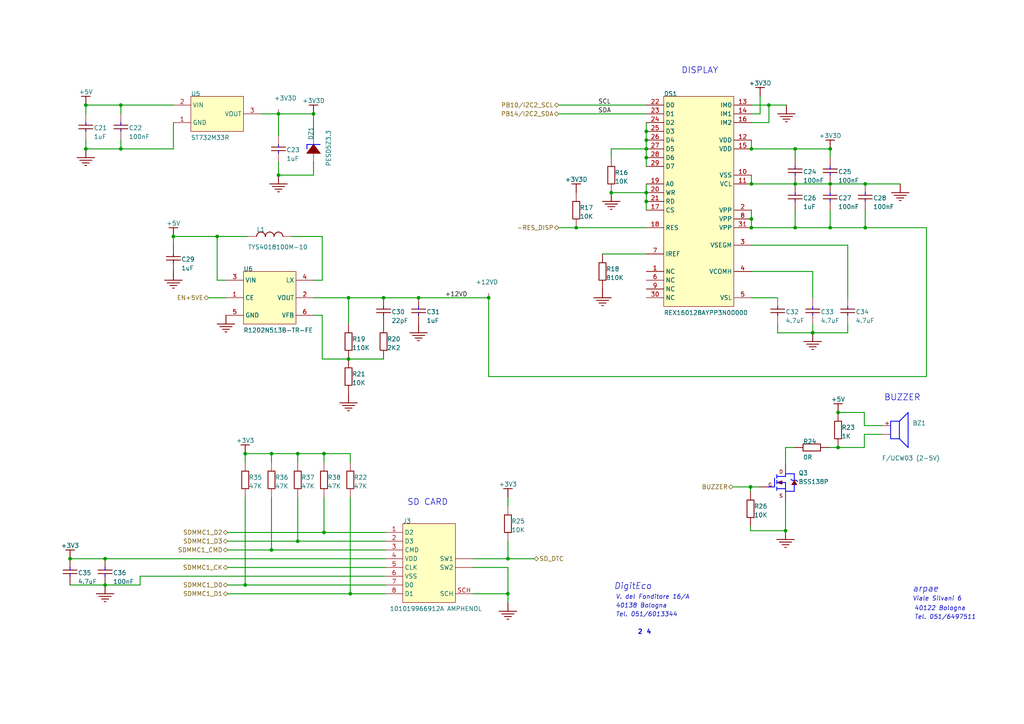
<source format=kicad_sch>
(kicad_sch (version 20230121) (generator eeschema)
  (paper "A4")
  (title_block (title "Stima V4-Master") (rev "1.0"))
  (lib_symbols
    (symbol "Stima V4 Master-altium-import:+3V3" (power)
      (property "Reference" "#PWR" (at 0 0 0))
      (property "Value" "+3V3" (at 0 3.81 0))
      (symbol "+3V3_0_0"
        (polyline (pts (xy -1.27 -2.54) (xy 1.27 -2.54)) (stroke (width 0.254)))
        (polyline (pts (xy 0 0) (xy 0 -2.54)) (stroke (width 0.254)))
        (pin power_in line (at 0 0 0) (length 0) hide (name "+3V3") (number ""))
      )
    )
    (symbol "Stima V4 Master-altium-import:+3V3D" (power)
      (property "Reference" "#PWR" (at 0 0 0))
      (property "Value" "+3V3D" (at 0 3.81 0))
      (symbol "+3V3D_0_0"
        (polyline (pts (xy -1.27 -2.54) (xy 1.27 -2.54)) (stroke (width 0.254)))
        (polyline (pts (xy 0 0) (xy 0 -2.54)) (stroke (width 0.254)))
        (pin power_in line (at 0 0 0) (length 0) hide (name "+3V3D") (number ""))
      )
    )
    (symbol "Stima V4 Master-altium-import:+5V" (power)
      (property "Reference" "#PWR" (at 0 0 0))
      (property "Value" "+5V" (at 0 3.81 0))
      (symbol "+5V_0_0"
        (polyline (pts (xy -1.27 -2.54) (xy 1.27 -2.54)) (stroke (width 0.254)))
        (polyline (pts (xy 0 0) (xy 0 -2.54)) (stroke (width 0.254)))
        (pin power_in line (at 0 0 0) (length 0) hide (name "+5V") (number ""))
      )
    )
    (symbol "Stima V4 Master-altium-import:GND" (power)
      (property "Reference" "#PWR" (at 0 0 0))
      (property "Value" "GND" (at 0 6.35 0))
      (symbol "GND_0_0"
        (polyline (pts (xy -2.54 -2.54) (xy 2.54 -2.54)) (stroke (width 0.254)))
        (polyline (pts (xy -1.778 -3.302) (xy 1.778 -3.302)) (stroke (width 0.254)))
        (polyline (pts (xy -1.016 -4.064) (xy 1.016 -4.064)) (stroke (width 0.254)))
        (polyline (pts (xy -0.254 -4.826) (xy 0.254 -4.826)) (stroke (width 0.254)))
        (polyline (pts (xy 0 0) (xy 0 -2.54)) (stroke (width 0.254)))
        (pin power_in line (at 0 0 0) (length 0) hide (name "GND") (number ""))
      )
    )
    (symbol "Stima V4 Master-altium-import:root_0_BSS138"
      (symbol "root_0_BSS138_1_0"
        (polyline (pts (xy 2.54 -4.826) (xy 2.54 -3.81)) (stroke (width 0.254) (color 0 0 255 1)))
        (polyline (pts (xy 2.54 -2.921) (xy 2.54 -1.905)) (stroke (width 0.254) (color 0 0 255 1)))
        (polyline (pts (xy 2.54 -1.27) (xy 2.54 -0.254)) (stroke (width 0.254) (color 0 0 255 1)))
        (polyline (pts (xy 5.08 -5.08) (xy 7.62 -5.08)) (stroke (width 0.254) (color 0 0 255 1)))
        (polyline (pts (xy 5.08 -4.318) (xy 2.54 -4.318)) (stroke (width 0.254) (color 0 0 255 1)))
        (polyline (pts (xy 5.08 -2.54) (xy 2.54 -2.54)) (stroke (width 0.254) (color 0 0 255 1)))
        (polyline (pts (xy 5.08 -2.54) (xy 5.08 -5.08)) (stroke (width 0.254) (color 0 0 255 1)))
        (polyline (pts (xy 5.08 -0.762) (xy 2.54 -0.762)) (stroke (width 0.254) (color 0 0 255 1)))
        (polyline (pts (xy 5.08 -0.762) (xy 5.08 0)) (stroke (width 0.254) (color 0 0 255 1)))
        (polyline (pts (xy 5.08 0) (xy 7.62 0)) (stroke (width 0.254) (color 0 0 255 1)))
        (polyline (pts (xy 6.985 -1.905) (xy 6.668 -1.587)) (stroke (width 0.254) (color 0 0 255 1)))
        (polyline (pts (xy 6.985 -1.905) (xy 8.255 -1.905)) (stroke (width 0.254) (color 0 0 255 1)))
        (polyline (pts (xy 7.62 -5.08) (xy 7.62 -3.048)) (stroke (width 0.254) (color 0 0 255 1)))
        (polyline (pts (xy 7.62 0) (xy 7.62 -1.778)) (stroke (width 0.254) (color 0 0 255 1)))
        (polyline (pts (xy 8.255 -1.905) (xy 8.573 -2.222)) (stroke (width 0.254) (color 0 0 255 1)))
        (polyline (pts (xy 0 -3.81) (xy 1.905 -3.81) (xy 1.905 -1.27)) (stroke (width 0.254) (color 0 0 255 1)))
        (polyline (pts (xy 2.54 -2.54) (xy 4.064 -3.048) (xy 4.064 -2.032) (xy 2.54 -2.54)) (fill (type outline)))
        (polyline (pts (xy 7.62 -1.905) (xy 8.382 -3.175) (xy 6.858 -3.175) (xy 7.62 -1.905)) (fill (type outline)))
        (text "D" (at 3.175 0 0) (effects (font (size 1.016 1.016)) (justify left bottom)))
        (text "G" (at 0 -3.81 0) (effects (font (size 1.016 1.016)) (justify left bottom)))
        (text "S" (at 3.175 -6.985 0) (effects (font (size 1.016 1.016)) (justify left bottom)))
        (pin passive line (at -2.54 -3.81 0) (length 2.54) (name "G") (number "1"))
        (pin passive line (at 5.08 -7.62 90) (length 2.54) (name "S") (number "2"))
        (pin passive line (at 5.08 2.54 270) (length 2.54) (name "D") (number "3"))
      )
    )
    (symbol "Stima V4 Master-altium-import:root_0_Buzzer"
      (symbol "root_0_Buzzer_1_0"
        (polyline (pts (xy 0 1.27) (xy 0 -3.81) (xy 2.54 -3.81) (xy 2.54 1.27) (xy 0 1.27)) (stroke (width 0.254) (color 0 0 255 1)))
        (polyline (pts (xy 2.54 1.27) (xy 2.54 1.27) (xy 5.08 3.81) (xy 5.08 -6.35) (xy 2.54 -3.81) (xy 2.54 -3.81)) (stroke (width 0.254) (color 0 0 255 1)))
        (text "+" (at -1.905 0 0) (effects (font (size 1.27 1.27)) (justify left bottom)))
        (pin passive line (at -2.54 0 0) (length 2.54) (name "+") (number "1"))
        (pin passive line (at -2.54 -2.54 0) (length 2.54) (name "-") (number "2"))
      )
    )
    (symbol "Stima V4 Master-altium-import:root_0_C0603"
      (symbol "root_0_C0603_1_0"
        (polyline (pts (xy -2.032 -0.762) (xy 2.032 -0.762)) (stroke (width 0.254)))
        (polyline (pts (xy 0 -2.54) (xy 0 -1.778)) (stroke (width 0.254) (color 0 0 255 1)))
        (polyline (pts (xy 0 0) (xy 0 -0.762)) (stroke (width 0.254) (color 0 0 255 1)))
        (polyline (pts (xy 2.032 -1.778) (xy -2.032 -1.778)) (stroke (width 0.254)))
        (pin passive line (at 0 2.54 270) (length 2.54) (name "1") (number "1"))
        (pin passive line (at 0 -5.08 90) (length 2.54) (name "2") (number "2"))
      )
    )
    (symbol "Stima V4 Master-altium-import:root_0_Coil  SMD piccoli"
      (symbol "root_0_Coil  SMD piccoli_1_0"
        (arc (start 1.27 -1.27) (mid 0.372 -1.642) (end 0 -2.54) (stroke (width 0.254)))
        (arc (start 2.54 -2.54) (mid 2.168 -1.642) (end 1.27 -1.27) (stroke (width 0.254)))
        (arc (start 3.81 -1.27) (mid 2.912 -1.642) (end 2.54 -2.54) (stroke (width 0.254)))
        (arc (start 5.08 -2.54) (mid 4.708 -1.642) (end 3.81 -1.27) (stroke (width 0.254)))
        (arc (start 6.35 -1.27) (mid 5.452 -1.642) (end 5.08 -2.54) (stroke (width 0.254)))
        (arc (start 7.62 -2.54) (mid 7.248 -1.642) (end 6.35 -1.27) (stroke (width 0.254)))
        (pin passive line (at -2.54 -2.54 0) (length 2.54) (name "1") (number "1"))
        (pin passive line (at 10.16 -2.54 180) (length 2.54) (name "2") (number "2"))
      )
    )
    (symbol "Stima V4 Master-altium-import:root_0_DISPLAY RAYSTAR OLED 128X160"
      (symbol "root_0_DISPLAY RAYSTAR OLED 128X160_1_0"
        (rectangle (start 20.32 0) (end 0 -60.96) (fill (type background)))
        (pin passive line (at -5.08 -50.8 0) (length 5.08) (name "NC") (number "1"))
        (pin power_in line (at 25.4 -22.86 180) (length 5.08) (name "VSS") (number "10"))
        (pin power_in line (at 25.4 -25.4 180) (length 5.08) (name "VCL") (number "11"))
        (pin power_in line (at 25.4 -12.7 180) (length 5.08) (name "VDD") (number "12"))
        (pin passive line (at 25.4 -2.54 180) (length 5.08) (name "IM0") (number "13"))
        (pin passive line (at 25.4 -5.08 180) (length 5.08) (name "IM1") (number "14"))
        (pin power_in line (at 25.4 -15.24 180) (length 5.08) (name "VDD") (number "15"))
        (pin passive line (at 25.4 -7.62 180) (length 5.08) (name "IM2") (number "16"))
        (pin input line (at -5.08 -33.02 0) (length 5.08) (name "CS") (number "17"))
        (pin input line (at -5.08 -38.1 0) (length 5.08) (name "RES") (number "18"))
        (pin input line (at -5.08 -25.4 0) (length 5.08) (name "A0") (number "19"))
        (pin power_in line (at 25.4 -33.02 180) (length 5.08) (name "VPP") (number "2"))
        (pin input line (at -5.08 -27.94 0) (length 5.08) (name "WR") (number "20"))
        (pin input line (at -5.08 -30.48 0) (length 5.08) (name "RD") (number "21"))
        (pin passive line (at -5.08 -2.54 0) (length 5.08) (name "D0") (number "22"))
        (pin passive line (at -5.08 -5.08 0) (length 5.08) (name "D1") (number "23"))
        (pin passive line (at -5.08 -7.62 0) (length 5.08) (name "D2") (number "24"))
        (pin passive line (at -5.08 -10.16 0) (length 5.08) (name "D3") (number "25"))
        (pin passive line (at -5.08 -12.7 0) (length 5.08) (name "D4") (number "26"))
        (pin passive line (at -5.08 -15.24 0) (length 5.08) (name "D5") (number "27"))
        (pin passive line (at -5.08 -17.78 0) (length 5.08) (name "D6") (number "28"))
        (pin passive line (at -5.08 -20.32 0) (length 5.08) (name "D7") (number "29"))
        (pin passive line (at 25.4 -43.18 180) (length 5.08) (name "VSEGM") (number "3"))
        (pin passive line (at -5.08 -58.42 0) (length 5.08) (name "NC") (number "30"))
        (pin power_in line (at 25.4 -38.1 180) (length 5.08) (name "VPP") (number "31"))
        (pin passive line (at 25.4 -50.8 180) (length 5.08) (name "VCOMH") (number "4"))
        (pin passive line (at 25.4 -58.42 180) (length 5.08) (name "VSL") (number "5"))
        (pin passive line (at -5.08 -53.34 0) (length 5.08) (name "NC") (number "6"))
        (pin passive line (at -5.08 -45.72 0) (length 5.08) (name "IREF") (number "7"))
        (pin power_in line (at 25.4 -35.56 180) (length 5.08) (name "VPP") (number "8"))
        (pin passive line (at -5.08 -55.88 0) (length 5.08) (name "NC") (number "9"))
      )
    )
    (symbol "Stima V4 Master-altium-import:root_0_MICRO SD CARD HIROSE"
      (symbol "root_0_MICRO SD CARD HIROSE_1_0"
        (rectangle (start 15.24 0) (end 0 -22.86) (fill (type background)))
        (pin passive line (at -5.08 -2.54 0) (length 5.08) (name "D2") (number "1"))
        (pin passive line (at -5.08 -5.08 0) (length 5.08) (name "D3") (number "2"))
        (pin passive line (at -5.08 -7.62 0) (length 5.08) (name "CMD") (number "3"))
        (pin passive line (at -5.08 -10.16 0) (length 5.08) (name "VDD") (number "4"))
        (pin passive line (at -5.08 -12.7 0) (length 5.08) (name "CLK") (number "5"))
        (pin passive line (at -5.08 -15.24 0) (length 5.08) (name "VSS") (number "6"))
        (pin passive line (at -5.08 -17.78 0) (length 5.08) (name "D0") (number "7"))
        (pin passive line (at -5.08 -20.32 0) (length 5.08) (name "D1") (number "8"))
        (pin passive line (at 20.32 -10.16 180) (length 5.08) (name "SW1") (number "CD1"))
        (pin passive line (at 20.32 -12.7 180) (length 5.08) (name "SW2") (number "CD2"))
        (pin passive line (at 20.32 -20.32 180) (length 5.08) (name "SCH") (number "SCH"))
      )
    )
    (symbol "Stima V4 Master-altium-import:root_0_R1202N513B"
      (symbol "root_0_R1202N513B_1_0"
        (rectangle (start 15.24 0) (end 0 -15.24) (fill (type background)))
        (pin passive line (at -5.08 -7.62 0) (length 5.08) (name "CE") (number "1"))
        (pin passive line (at 20.32 -7.62 180) (length 5.08) (name "VOUT") (number "2"))
        (pin passive line (at -5.08 -2.54 0) (length 5.08) (name "VIN") (number "3"))
        (pin passive line (at 20.32 -2.54 180) (length 5.08) (name "LX") (number "4"))
        (pin power_in line (at -5.08 -12.7 0) (length 5.08) (name "GND") (number "5"))
        (pin passive line (at 20.32 -12.7 180) (length 5.08) (name "VFB") (number "6"))
      )
    )
    (symbol "Stima V4 Master-altium-import:root_0_ST732M"
      (symbol "root_0_ST732M_1_0"
        (rectangle (start 15.24 0) (end 0 -10.16) (fill (type background)))
        (pin power_in line (at -5.08 -7.62 0) (length 5.08) (name "GND") (number "1"))
        (pin passive line (at -5.08 -2.54 0) (length 5.08) (name "VIN") (number "2"))
        (pin passive line (at 20.32 -5.08 180) (length 5.08) (name "VOUT") (number "3"))
      )
    )
    (symbol "Stima V4 Master-altium-import:root_0_Transil SMD PESD5"
      (symbol "root_0_Transil SMD PESD5_1_0"
        (polyline (pts (xy -1.905 0) (xy -1.905 -1.27)) (stroke (width 0.254) (color 0 0 255 1)))
        (polyline (pts (xy 1.905 0) (xy -1.905 0)) (stroke (width 0.254) (color 0 0 255 1)))
        (polyline (pts (xy 1.905 -2.54) (xy 0 0) (xy -1.905 -2.54) (xy 1.905 -2.54)) (stroke (width 0.254)) (fill (type outline)))
        (pin passive line (at 0 2.54 270) (length 2.54) (name "K") (number "1"))
        (pin passive line (at 0 -5.08 90) (length 2.54) (name "A") (number "2"))
      )
    )
    (symbol "Stima V4 Master-altium-import:root_1_Res 0603"
      (symbol "root_1_Res 0603_1_0"
        (rectangle (start 3.556 5.08) (end 1.524 0) (stroke (width 0.254)))
        (pin passive line (at 2.54 -2.54 90) (length 2.54) (name "1") (number "1"))
        (pin passive line (at 2.54 7.62 270) (length 2.54) (name "2") (number "2"))
      )
    )
    (symbol "Stima V4 Master-altium-import:root_1_TestPoint"
      (symbol "root_1_TestPoint_1_0"
        (pin passive line (at 1.27 -1.27 90) (length 1.27) (name "") (number "1"))
      )
    )
    (symbol "Stima V4 Master-altium-import:root_2_Res 0603"
      (symbol "root_2_Res 0603_1_0"
        (rectangle (start 0 3.556) (end -5.08 1.524) (stroke (width 0.254)))
        (pin passive line (at 2.54 2.54 180) (length 2.54) (name "1") (number "1"))
        (pin passive line (at -7.62 2.54 0) (length 2.54) (name "2") (number "2"))
      )
    )
    (symbol "Stima V4 Master-altium-import:root_3_Res 0603"
      (symbol "root_3_Res 0603_1_0"
        (rectangle (start -1.524 0) (end -3.556 -5.08) (stroke (width 0.254)))
        (pin passive line (at -2.54 2.54 270) (length 2.54) (name "1") (number "1"))
        (pin passive line (at -2.54 -7.62 90) (length 2.54) (name "2") (number "2"))
      )
    )
  )
  (junction (at 187.452 38.1))
  (junction (at 20.32 162.052))
  (junction (at 147.32 162.052))
  (junction (at 93.98 131.572))
  (junction (at 80.772 33.02))
  (junction (at 217.932 66.04))
  (junction (at 240.792 53.34))
  (junction (at 35.052 30.48))
  (junction (at 235.712 96.52))
  (junction (at 240.792 43.18))
  (junction (at 217.932 63.5))
  (junction (at 71.12 169.672))
  (junction (at 50.292 68.58))
  (junction (at 111.252 86.36))
  (junction (at 243.078 129.794))
  (junction (at 147.32 172.212))
  (junction (at 24.892 43.18))
  (junction (at 78.74 159.512))
  (junction (at 30.48 162.052))
  (junction (at 90.932 33.02))
  (junction (at 24.892 30.48))
  (junction (at 230.632 66.04))
  (junction (at 187.452 55.88))
  (junction (at 167.132 66.04))
  (junction (at 187.452 40.64))
  (junction (at 86.36 131.572))
  (junction (at 141.732 86.36))
  (junction (at 230.632 53.34))
  (junction (at 101.092 104.14))
  (junction (at 187.452 45.72))
  (junction (at 243.078 119.634))
  (junction (at 177.292 55.88))
  (junction (at 223.012 30.48))
  (junction (at 80.772 50.8))
  (junction (at 101.6 172.212))
  (junction (at 62.992 68.58))
  (junction (at 78.74 131.572))
  (junction (at 240.792 66.04))
  (junction (at 250.952 66.04))
  (junction (at 187.452 43.18))
  (junction (at 93.98 154.432))
  (junction (at 217.932 43.18))
  (junction (at 217.932 53.34))
  (junction (at 227.838 153.924))
  (junction (at 35.052 43.18))
  (junction (at 71.12 131.572))
  (junction (at 121.412 86.36))
  (junction (at 86.36 156.972))
  (junction (at 217.678 141.224))
  (junction (at 187.452 58.42))
  (junction (at 101.092 86.36))
  (junction (at 230.632 43.18))
  (junction (at 250.952 53.34))
  (junction (at 30.48 169.672))
  (wire (pts (xy 50.292 35.56) (xy 50.292 43.18)) (stroke (width 0.254)))
  (wire (pts (xy 62.992 68.58) (xy 71.882 68.58)) (stroke (width 0.254)))
  (wire (pts (xy 187.452 55.88) (xy 187.452 53.34)) (stroke (width 0.254)))
  (wire (pts (xy 78.74 131.572) (xy 86.36 131.572)) (stroke (width 0.254)))
  (wire (pts (xy 66.04 172.212) (xy 101.6 172.212)) (stroke (width 0.254)))
  (wire (pts (xy 187.452 40.64) (xy 187.452 43.18)) (stroke (width 0.254)))
  (wire (pts (xy 137.16 164.592) (xy 147.32 164.592)) (stroke (width 0.254)))
  (wire (pts (xy 111.76 159.512) (xy 78.74 159.512)) (stroke (width 0.254)))
  (wire (pts (xy 217.932 53.34) (xy 217.932 50.8)) (stroke (width 0.254)))
  (wire (pts (xy 90.932 86.36) (xy 101.092 86.36)) (stroke (width 0.254)))
  (wire (pts (xy 50.292 68.58) (xy 62.992 68.58)) (stroke (width 0.254)))
  (wire (pts (xy 230.632 43.18) (xy 217.932 43.18)) (stroke (width 0.254)))
  (wire (pts (xy 240.792 43.18) (xy 230.632 43.18)) (stroke (width 0.254)))
  (wire (pts (xy 80.772 39.37) (xy 80.772 33.02)) (stroke (width 0.254)))
  (wire (pts (xy 30.48 169.672) (xy 20.32 169.672)) (stroke (width 0.254)))
  (wire (pts (xy 223.012 30.48) (xy 217.932 30.48)) (stroke (width 0.254)))
  (wire (pts (xy 187.452 33.02) (xy 162.052 33.02)) (stroke (width 0.254)))
  (wire (pts (xy 93.98 131.572) (xy 93.98 134.112)) (stroke (width 0.254)))
  (wire (pts (xy 230.632 53.34) (xy 217.932 53.34)) (stroke (width 0.254)))
  (wire (pts (xy 75.692 33.02) (xy 80.772 33.02)) (stroke (width 0.254)))
  (wire (pts (xy 93.472 104.14) (xy 93.472 91.44)) (stroke (width 0.254)))
  (wire (pts (xy 24.892 43.18) (xy 24.892 40.64)) (stroke (width 0.254)))
  (wire (pts (xy 71.12 144.272) (xy 71.12 169.672)) (stroke (width 0.254)))
  (wire (pts (xy 217.932 33.02) (xy 220.472 33.02)) (stroke (width 0.254)))
  (wire (pts (xy 187.452 58.42) (xy 187.452 55.88)) (stroke (width 0.254)))
  (wire (pts (xy 227.838 153.924) (xy 227.838 145.034)) (stroke (width 0.254)))
  (wire (pts (xy 235.712 78.74) (xy 235.712 86.36)) (stroke (width 0.254)))
  (wire (pts (xy 50.292 43.18) (xy 35.052 43.18)) (stroke (width 0.254)))
  (wire (pts (xy 101.092 86.36) (xy 111.252 86.36)) (stroke (width 0.254)))
  (wire (pts (xy 111.76 169.672) (xy 71.12 169.672)) (stroke (width 0.254)))
  (wire (pts (xy 217.932 71.12) (xy 245.872 71.12)) (stroke (width 0.254)))
  (wire (pts (xy 187.452 38.1) (xy 187.452 40.64)) (stroke (width 0.254)))
  (wire (pts (xy 101.6 144.272) (xy 101.6 172.212)) (stroke (width 0.254)))
  (wire (pts (xy 24.892 30.48) (xy 24.892 33.02)) (stroke (width 0.254)))
  (wire (pts (xy 187.452 30.48) (xy 162.052 30.48)) (stroke (width 0.254)))
  (wire (pts (xy 217.678 152.654) (xy 217.678 153.924)) (stroke (width 0.254)))
  (wire (pts (xy 35.052 30.48) (xy 24.892 30.48)) (stroke (width 0.254)))
  (wire (pts (xy 250.952 66.04) (xy 250.952 60.96)) (stroke (width 0.254)))
  (wire (pts (xy 90.932 33.02) (xy 90.932 39.37)) (stroke (width 0.254)))
  (wire (pts (xy 250.698 129.794) (xy 243.078 129.794)) (stroke (width 0.254)))
  (wire (pts (xy 217.678 141.224) (xy 217.678 142.494)) (stroke (width 0.254)))
  (wire (pts (xy 101.092 104.14) (xy 93.472 104.14)) (stroke (width 0.254)))
  (wire (pts (xy 137.16 162.052) (xy 147.32 162.052)) (stroke (width 0.254)))
  (wire (pts (xy 111.76 162.052) (xy 30.48 162.052)) (stroke (width 0.254)))
  (wire (pts (xy 261.112 53.34) (xy 250.952 53.34)) (stroke (width 0.254)))
  (wire (pts (xy 86.36 131.572) (xy 93.98 131.572)) (stroke (width 0.254)))
  (wire (pts (xy 111.76 167.132) (xy 40.64 167.132)) (stroke (width 0.254)))
  (wire (pts (xy 141.732 86.36) (xy 141.732 109.22)) (stroke (width 0.254)))
  (wire (pts (xy 217.932 63.5) (xy 217.932 66.04)) (stroke (width 0.254)))
  (wire (pts (xy 250.698 119.634) (xy 250.698 123.444)) (stroke (width 0.254)))
  (wire (pts (xy 268.732 66.04) (xy 250.952 66.04)) (stroke (width 0.254)))
  (wire (pts (xy 93.472 81.28) (xy 93.472 68.58)) (stroke (width 0.254)))
  (wire (pts (xy 212.598 141.224) (xy 217.678 141.224)) (stroke (width 0.254)))
  (wire (pts (xy 101.092 93.98) (xy 101.092 86.36)) (stroke (width 0.254)))
  (wire (pts (xy 121.412 86.36) (xy 141.732 86.36)) (stroke (width 0.254)))
  (wire (pts (xy 147.32 162.052) (xy 154.94 162.052)) (stroke (width 0.254)))
  (wire (pts (xy 167.132 66.04) (xy 187.452 66.04)) (stroke (width 0.254)))
  (wire (pts (xy 240.792 45.72) (xy 240.792 43.18)) (stroke (width 0.254)))
  (wire (pts (xy 147.32 156.972) (xy 147.32 162.052)) (stroke (width 0.254)))
  (wire (pts (xy 250.698 123.444) (xy 255.778 123.444)) (stroke (width 0.254)))
  (wire (pts (xy 245.872 71.12) (xy 245.872 86.36)) (stroke (width 0.254)))
  (wire (pts (xy 217.932 66.04) (xy 230.632 66.04)) (stroke (width 0.254)))
  (wire (pts (xy 268.732 109.22) (xy 268.732 66.04)) (stroke (width 0.254)))
  (wire (pts (xy 71.12 169.672) (xy 66.04 169.672)) (stroke (width 0.254)))
  (wire (pts (xy 86.36 156.972) (xy 111.76 156.972)) (stroke (width 0.254)))
  (wire (pts (xy 147.32 144.272) (xy 147.32 146.812)) (stroke (width 0.254)))
  (wire (pts (xy 111.252 104.14) (xy 101.092 104.14)) (stroke (width 0.254)))
  (wire (pts (xy 80.772 33.02) (xy 90.932 33.02)) (stroke (width 0.254)))
  (wire (pts (xy 147.32 172.212) (xy 147.32 174.752)) (stroke (width 0.254)))
  (wire (pts (xy 227.838 129.794) (xy 230.378 129.794)) (stroke (width 0.254)))
  (wire (pts (xy 35.052 43.18) (xy 24.892 43.18)) (stroke (width 0.254)))
  (wire (pts (xy 71.12 134.112) (xy 71.12 131.572)) (stroke (width 0.254)))
  (wire (pts (xy 62.992 81.28) (xy 62.992 68.58)) (stroke (width 0.254)))
  (wire (pts (xy 217.932 60.96) (xy 217.932 63.5)) (stroke (width 0.254)))
  (wire (pts (xy 71.12 131.572) (xy 78.74 131.572)) (stroke (width 0.254)))
  (wire (pts (xy 66.04 156.972) (xy 86.36 156.972)) (stroke (width 0.254)))
  (wire (pts (xy 93.98 131.572) (xy 101.6 131.572)) (stroke (width 0.254)))
  (wire (pts (xy 93.472 91.44) (xy 90.932 91.44)) (stroke (width 0.254)))
  (wire (pts (xy 240.792 53.34) (xy 230.632 53.34)) (stroke (width 0.254)))
  (wire (pts (xy 90.932 81.28) (xy 93.472 81.28)) (stroke (width 0.254)))
  (wire (pts (xy 245.872 96.52) (xy 245.872 93.98)) (stroke (width 0.254)))
  (wire (pts (xy 225.552 93.98) (xy 225.552 96.52)) (stroke (width 0.254)))
  (wire (pts (xy 141.732 109.22) (xy 268.732 109.22)) (stroke (width 0.254)))
  (wire (pts (xy 223.012 30.48) (xy 228.092 30.48)) (stroke (width 0.254)))
  (wire (pts (xy 30.48 162.052) (xy 20.32 162.052)) (stroke (width 0.254)))
  (wire (pts (xy 137.16 172.212) (xy 147.32 172.212)) (stroke (width 0.254)))
  (wire (pts (xy 187.452 43.18) (xy 187.452 45.72)) (stroke (width 0.254)))
  (wire (pts (xy 60.452 86.36) (xy 65.532 86.36)) (stroke (width 0.254)))
  (wire (pts (xy 111.76 164.592) (xy 66.04 164.592)) (stroke (width 0.254)))
  (wire (pts (xy 101.6 131.572) (xy 101.6 134.112)) (stroke (width 0.254)))
  (wire (pts (xy 147.32 164.592) (xy 147.32 172.212)) (stroke (width 0.254)))
  (wire (pts (xy 243.078 129.794) (xy 240.538 129.794)) (stroke (width 0.254)))
  (wire (pts (xy 187.452 45.72) (xy 187.452 48.26)) (stroke (width 0.254)))
  (wire (pts (xy 220.472 33.02) (xy 220.472 27.94)) (stroke (width 0.254)))
  (wire (pts (xy 187.452 73.66) (xy 174.752 73.66)) (stroke (width 0.254)))
  (wire (pts (xy 187.452 55.88) (xy 177.292 55.88)) (stroke (width 0.254)))
  (wire (pts (xy 217.678 141.224) (xy 220.218 141.224)) (stroke (width 0.254)))
  (wire (pts (xy 255.778 125.984) (xy 250.698 125.984)) (stroke (width 0.254)))
  (wire (pts (xy 230.632 45.72) (xy 230.632 43.18)) (stroke (width 0.254)))
  (wire (pts (xy 187.452 35.56) (xy 187.452 38.1)) (stroke (width 0.254)))
  (wire (pts (xy 217.932 35.56) (xy 223.012 35.56)) (stroke (width 0.254)))
  (wire (pts (xy 80.772 50.8) (xy 80.772 46.99)) (stroke (width 0.254)))
  (wire (pts (xy 86.36 144.272) (xy 86.36 156.972)) (stroke (width 0.254)))
  (wire (pts (xy 230.632 66.04) (xy 240.792 66.04)) (stroke (width 0.254)))
  (wire (pts (xy 225.552 86.36) (xy 217.932 86.36)) (stroke (width 0.254)))
  (wire (pts (xy 93.98 154.432) (xy 111.76 154.432)) (stroke (width 0.254)))
  (wire (pts (xy 227.838 134.874) (xy 227.838 129.794)) (stroke (width 0.254)))
  (wire (pts (xy 162.052 66.04) (xy 167.132 66.04)) (stroke (width 0.254)))
  (wire (pts (xy 177.292 45.72) (xy 177.292 43.18)) (stroke (width 0.254)))
  (wire (pts (xy 78.74 159.512) (xy 66.04 159.512)) (stroke (width 0.254)))
  (wire (pts (xy 90.932 46.99) (xy 90.932 50.8)) (stroke (width 0.254)))
  (wire (pts (xy 240.792 66.04) (xy 250.952 66.04)) (stroke (width 0.254)))
  (wire (pts (xy 50.292 68.58) (xy 50.292 71.12)) (stroke (width 0.254)))
  (wire (pts (xy 86.36 131.572) (xy 86.36 134.112)) (stroke (width 0.254)))
  (wire (pts (xy 66.04 154.432) (xy 93.98 154.432)) (stroke (width 0.254)))
  (wire (pts (xy 235.712 93.98) (xy 235.712 96.52)) (stroke (width 0.254)))
  (wire (pts (xy 35.052 40.64) (xy 35.052 43.18)) (stroke (width 0.254)))
  (wire (pts (xy 217.932 78.74) (xy 235.712 78.74)) (stroke (width 0.254)))
  (wire (pts (xy 93.472 68.58) (xy 84.582 68.58)) (stroke (width 0.254)))
  (wire (pts (xy 101.6 172.212) (xy 111.76 172.212)) (stroke (width 0.254)))
  (wire (pts (xy 240.792 66.04) (xy 240.792 60.96)) (stroke (width 0.254)))
  (wire (pts (xy 40.64 167.132) (xy 40.64 169.672)) (stroke (width 0.254)))
  (wire (pts (xy 78.74 131.572) (xy 78.74 134.112)) (stroke (width 0.254)))
  (wire (pts (xy 235.712 96.52) (xy 245.872 96.52)) (stroke (width 0.254)))
  (wire (pts (xy 177.292 43.18) (xy 187.452 43.18)) (stroke (width 0.254)))
  (wire (pts (xy 50.292 30.48) (xy 35.052 30.48)) (stroke (width 0.254)))
  (wire (pts (xy 40.64 169.672) (xy 30.48 169.672)) (stroke (width 0.254)))
  (wire (pts (xy 90.932 50.8) (xy 80.772 50.8)) (stroke (width 0.254)))
  (wire (pts (xy 217.932 43.18) (xy 217.932 40.64)) (stroke (width 0.254)))
  (wire (pts (xy 250.952 53.34) (xy 240.792 53.34)) (stroke (width 0.254)))
  (wire (pts (xy 93.98 144.272) (xy 93.98 154.432)) (stroke (width 0.254)))
  (wire (pts (xy 187.452 60.96) (xy 187.452 58.42)) (stroke (width 0.254)))
  (wire (pts (xy 35.052 33.02) (xy 35.052 30.48)) (stroke (width 0.254)))
  (wire (pts (xy 217.678 153.924) (xy 227.838 153.924)) (stroke (width 0.254)))
  (wire (pts (xy 230.632 66.04) (xy 230.632 60.96)) (stroke (width 0.254)))
  (wire (pts (xy 250.698 125.984) (xy 250.698 129.794)) (stroke (width 0.254)))
  (wire (pts (xy 65.532 81.28) (xy 62.992 81.28)) (stroke (width 0.254)))
  (wire (pts (xy 223.012 35.56) (xy 223.012 30.48)) (stroke (width 0.254)))
  (wire (pts (xy 111.252 86.36) (xy 121.412 86.36)) (stroke (width 0.254)))
  (wire (pts (xy 78.74 144.272) (xy 78.74 159.512)) (stroke (width 0.254)))
  (wire (pts (xy 243.078 119.634) (xy 250.698 119.634)) (stroke (width 0.254)))
  (wire (pts (xy 225.552 96.52) (xy 235.712 96.52)) (stroke (width 0.254)))
  (text "BUZZER" (at 256.413 116.459 0) (effects (font (size 1.778 1.778)) (justify left bottom)))
  (text "Viale Silvani 6" (at 264.668 174.498 0) (effects (font (size 1.27 1.27) italic) (justify left bottom)))
  (text "Tel. 051/6013344" (at 178.562 179.07 0) (effects (font (size 1.27 1.27) italic) (justify left bottom)))
  (text "DigitEco" (at 178.054 171.196 0) (effects (font (size 1.778 1.778) italic) (justify left bottom)))
  (text "DISPLAY" (at 197.612 21.59 0) (effects (font (size 1.778 1.778)) (justify left bottom)))
  (text "4" (at 188.976 184.15 0) (effects (font (size 1.27 1.27) bold) (justify right bottom)))
  (text "SD CARD" (at 118.11 146.812 0) (effects (font (size 1.778 1.778)) (justify left bottom)))
  (text "V. del Fonditore 16/A" (at 178.562 173.99 0) (effects (font (size 1.27 1.27) italic) (justify left bottom)))
  (text "40122 Bologna" (at 265.176 177.292 0) (effects (font (size 1.27 1.27) italic) (justify left bottom)))
  (text "Tel. 051/6497511" (at 265.176 179.832 0) (effects (font (size 1.27 1.27) italic) (justify left bottom)))
  (text "arpae" (at 264.668 171.958 0) (effects (font (size 1.778 1.778) italic) (justify left bottom)))
  (text "40138 Bologna" (at 178.562 176.53 0) (effects (font (size 1.27 1.27) italic) (justify left bottom)))
  (text "${#}" (at 184.912 184.15 0) (effects (font (size 1.27 1.27) bold) (justify left bottom)))
  (label "SDA" (at 173.482 33.02 180))
  (label "SCL" (at 173.482 30.48 180))
  (label "+12VD" (at 129.032 86.36 180))
  (hierarchical_label "SDMMC1_D1" (shape bidirectional) (at 66.04 172.212 180))
  (hierarchical_label "SDMMC1_D0" (shape bidirectional) (at 66.04 169.672 180))
  (hierarchical_label "SDMMC1_CK" (shape bidirectional) (at 66.04 164.592 180))
  (hierarchical_label "SD_DTC" (shape bidirectional) (at 154.94 162.052 0))
  (hierarchical_label "SDMMC1_CMD" (shape bidirectional) (at 66.04 159.512 180))
  (hierarchical_label "BUZZER" (shape bidirectional) (at 212.598 141.224 180))
  (hierarchical_label "SDMMC1_D2" (shape bidirectional) (at 66.04 154.432 180))
  (hierarchical_label "SDMMC1_D3" (shape bidirectional) (at 66.04 156.972 180))
  (hierarchical_label "-RES_DISP" (shape bidirectional) (at 162.052 66.04 180))
  (hierarchical_label "EN+5VE" (shape bidirectional) (at 60.452 86.36 180))
  (hierarchical_label "PB10/I2C2_SCL" (shape bidirectional) (at 162.052 30.48 180))
  (hierarchical_label "PB14/I2C2_SDA" (shape bidirectional) (at 162.052 33.02 180))
  (symbol (lib_id "Stima V4 Master-altium-import:GND") (at 227.838 153.924 0) (unit 1)
    (property "Reference" "#PWR?" (effects hide))
    (property "Value" "GND" (effects hide))
  )
  (symbol (lib_id "Stima V4 Master-altium-import:root_0_C0603") (at 50.292 73.66 0) (unit 1)
    (property "Reference" "C29" (at 52.578 75.946 0) (effects (justify left bottom)))
    (property "Value" "1uF" (at 52.578 78.486 0) (effects (justify left bottom)))
    (property "Footprint" "0603" (effects hide))
    (property "PACKAGE REFERENCE" "0603" (effects hide))
    (property "TYPE" "Multistrato X5R/X7R" (effects hide))
    (property "ALTIUM_VALUE" "1uF" (effects hide))
    (property "VOLTAGE" "20V" (effects hide))
  )
  (symbol (lib_id "Stima V4 Master-altium-import:+3V3") (at 20.32 162.052 180) (unit 1)
    (property "Reference" "#PWR?" (effects hide))
    (property "Value" "+3V3" (at 20.32 158.242 0))
  )
  (symbol (lib_id "Stima V4 Master-altium-import:root_0_C0603") (at 24.892 35.56 0) (unit 1)
    (property "Reference" "C21" (at 27.178 37.846 0) (effects (justify left bottom)))
    (property "Value" "1uF" (at 27.178 40.386 0) (effects (justify left bottom)))
    (property "Footprint" "0603" (effects hide))
    (property "PACKAGE REFERENCE" "0603" (effects hide))
    (property "TYPE" "Multistrato X5R/X7R" (effects hide))
    (property "ALTIUM_VALUE" "1uF" (effects hide))
    (property "VOLTAGE" "20V" (effects hide))
  )
  (symbol (lib_id "Stima V4 Master-altium-import:root_1_Res 0603") (at 144.78 154.432 0) (unit 1)
    (property "Reference" "R25" (at 148.336 151.892 0) (effects (justify left bottom)))
    (property "Value" "10K" (at 148.336 154.432 0) (effects (justify left bottom)))
    (property "Footprint" "0603" (effects hide))
    (property "ALTIUM_VALUE" "10K" (effects hide))
    (property "PRECISION" "1%" (effects hide))
    (property "PACKAGE REFERENCE" "0603" (effects hide))
    (property "POWER" "1/10W" (effects hide))
  )
  (symbol (lib_id "Stima V4 Master-altium-import:GND") (at 147.32 174.752 0) (unit 1)
    (property "Reference" "#PWR?" (effects hide))
    (property "Value" "GND" (effects hide))
  )
  (symbol (lib_id "Stima V4 Master-altium-import:GND") (at 174.752 83.82 0) (unit 1)
    (property "Reference" "#PWR?" (effects hide))
    (property "Value" "GND" (effects hide))
  )
  (symbol (lib_id "Stima V4 Master-altium-import:root_3_Res 0603") (at 103.632 106.68 0) (unit 1)
    (property "Reference" "R21" (at 102.108 109.22 0) (effects (justify left bottom)))
    (property "Value" "10K" (at 102.108 111.76 0) (effects (justify left bottom)))
    (property "Footprint" "0603" (effects hide))
    (property "ALTIUM_VALUE" "10K" (effects hide))
    (property "PRECISION" "1%" (effects hide))
    (property "PACKAGE REFERENCE" "0603" (effects hide))
    (property "POWER" "1/10W" (effects hide))
  )
  (symbol (lib_id "Stima V4 Master-altium-import:root_3_Res 0603") (at 169.672 58.42 0) (unit 1)
    (property "Reference" "R17" (at 168.148 60.96 0) (effects (justify left bottom)))
    (property "Value" "10K" (at 168.148 63.5 0) (effects (justify left bottom)))
    (property "Footprint" "0603" (effects hide))
    (property "ALTIUM_VALUE" "10K" (effects hide))
    (property "PRECISION" "1%" (effects hide))
    (property "PACKAGE REFERENCE" "0603" (effects hide))
    (property "POWER" "1/10W" (effects hide))
  )
  (symbol (lib_id "Stima V4 Master-altium-import:root_3_Res 0603") (at 179.832 48.26 0) (unit 1)
    (property "Reference" "R16" (at 178.308 50.8 0) (effects (justify left bottom)))
    (property "Value" "10K" (at 178.308 53.34 0) (effects (justify left bottom)))
    (property "Footprint" "0603" (effects hide))
    (property "ALTIUM_VALUE" "10K" (effects hide))
    (property "PRECISION" "1%" (effects hide))
    (property "PACKAGE REFERENCE" "0603" (effects hide))
    (property "POWER" "1/10W" (effects hide))
  )
  (symbol (lib_id "Stima V4 Master-altium-import:GND") (at 177.292 55.88 0) (unit 1)
    (property "Reference" "#PWR?" (effects hide))
    (property "Value" "GND" (effects hide))
  )
  (symbol (lib_id "Stima V4 Master-altium-import:+3V3D") (at 240.792 43.18 180) (unit 1)
    (property "Reference" "#PWR?" (effects hide))
    (property "Value" "+3V3D" (at 240.792 39.37 0))
  )
  (symbol (lib_id "Stima V4 Master-altium-import:root_0_C0603") (at 245.872 88.9 0) (unit 1)
    (property "Reference" "C34" (at 248.158 91.186 0) (effects (justify left bottom)))
    (property "Value" "4.7uF" (at 248.158 93.726 0) (effects (justify left bottom)))
    (property "Footprint" "0603" (effects hide))
    (property "PACKAGE REFERENCE" "0603" (effects hide))
    (property "TYPE" "Multistrato X5R/X7R" (effects hide))
    (property "ALTIUM_VALUE" "4.7uF" (effects hide))
    (property "VOLTAGE" "20V" (effects hide))
  )
  (symbol (lib_id "Stima V4 Master-altium-import:root_1_Res 0603") (at 240.538 127.254 0) (unit 1)
    (property "Reference" "R23" (at 244.094 124.714 0) (effects (justify left bottom)))
    (property "Value" "1K" (at 244.094 127.254 0) (effects (justify left bottom)))
    (property "Footprint" "0603" (effects hide))
    (property "ALTIUM_VALUE" "1K" (effects hide))
    (property "PRECISION" "1%" (effects hide))
    (property "PACKAGE REFERENCE" "0603" (effects hide))
    (property "POWER" "1/10W" (effects hide))
  )
  (symbol (lib_id "Stima V4 Master-altium-import:+5V") (at 24.892 30.48 180) (unit 1)
    (property "Reference" "#PWR?" (effects hide))
    (property "Value" "+5V" (at 24.892 26.67 0))
  )
  (symbol (lib_id "Stima V4 Master-altium-import:root_0_C0603") (at 230.632 48.26 0) (unit 1)
    (property "Reference" "C24" (at 232.918 50.546 0) (effects (justify left bottom)))
    (property "Value" "100nF" (at 232.918 53.086 0) (effects (justify left bottom)))
    (property "Footprint" "0603" (effects hide))
    (property "PACKAGE REFERENCE" "0603" (effects hide))
    (property "TYPE" "Multistrato X5R/X7R" (effects hide))
    (property "ALTIUM_VALUE" "100nF" (effects hide))
    (property "VOLTAGE" "20V" (effects hide))
  )
  (symbol (lib_id "Stima V4 Master-altium-import:+5V") (at 243.078 119.634 180) (unit 1)
    (property "Reference" "#PWR?" (effects hide))
    (property "Value" "+5V" (at 243.078 115.824 0))
  )
  (symbol (lib_id "Stima V4 Master-altium-import:root_0_C0603") (at 225.552 88.9 0) (unit 1)
    (property "Reference" "C32" (at 227.838 91.186 0) (effects (justify left bottom)))
    (property "Value" "4.7uF" (at 227.838 93.726 0) (effects (justify left bottom)))
    (property "Footprint" "0603" (effects hide))
    (property "PACKAGE REFERENCE" "0603" (effects hide))
    (property "TYPE" "Multistrato X5R/X7R" (effects hide))
    (property "ALTIUM_VALUE" "4.7uF" (effects hide))
    (property "VOLTAGE" "20V" (effects hide))
  )
  (symbol (lib_id "Stima V4 Master-altium-import:+3V3") (at 147.32 144.272 180) (unit 1)
    (property "Reference" "#PWR?" (effects hide))
    (property "Value" "+3V3" (at 147.32 140.462 0))
  )
  (symbol (lib_id "Stima V4 Master-altium-import:root_3_Res 0603") (at 104.14 136.652 0) (unit 1)
    (property "Reference" "R22" (at 102.616 139.192 0) (effects (justify left bottom)))
    (property "Value" "47K" (at 102.616 141.732 0) (effects (justify left bottom)))
    (property "Footprint" "0603" (effects hide))
    (property "ALTIUM_VALUE" "47K" (effects hide))
    (property "PRECISION" "1%" (effects hide))
    (property "PACKAGE REFERENCE" "0603" (effects hide))
    (property "POWER" "1/10W" (effects hide))
  )
  (symbol (lib_id "Stima V4 Master-altium-import:root_0_BSS138") (at 222.758 137.414 0) (unit 1)
    (property "Reference" "Q3" (at 231.585 137.922 0) (effects (justify left bottom)))
    (property "Value" "BSS138P" (at 231.585 140.462 0) (effects (justify left bottom)))
    (property "Footprint" "SOT23" (effects hide))
    (property "PACKAGE REFERENCE" "SOT23" (effects hide))
  )
  (symbol (lib_id "Stima V4 Master-altium-import:root_3_Res 0603") (at 81.28 136.652 0) (unit 1)
    (property "Reference" "R36" (at 79.756 139.192 0) (effects (justify left bottom)))
    (property "Value" "47K" (at 79.756 141.732 0) (effects (justify left bottom)))
    (property "Footprint" "0603" (effects hide))
    (property "ALTIUM_VALUE" "47K" (effects hide))
    (property "PRECISION" "1%" (effects hide))
    (property "PACKAGE REFERENCE" "0603" (effects hide))
    (property "POWER" "1/10W" (effects hide))
  )
  (symbol (lib_id "Stima V4 Master-altium-import:root_0_C0603") (at 230.632 55.88 0) (unit 1)
    (property "Reference" "C26" (at 232.918 58.166 0) (effects (justify left bottom)))
    (property "Value" "1uF" (at 232.918 60.706 0) (effects (justify left bottom)))
    (property "Footprint" "0603" (effects hide))
    (property "PACKAGE REFERENCE" "0603" (effects hide))
    (property "TYPE" "Multistrato X5R/X7R" (effects hide))
    (property "ALTIUM_VALUE" "1uF" (effects hide))
    (property "VOLTAGE" "20V" (effects hide))
  )
  (symbol (lib_id "Stima V4 Master-altium-import:root_0_MICRO SD CARD HIROSE") (at 116.84 151.892 0) (unit 1)
    (property "Reference" "J3" (at 116.84 151.892 0) (effects (justify left bottom)))
    (property "Value" "101019966912A AMPHENOL" (at 113.03 177.292 0) (effects (justify left bottom)))
    (property "Footprint" "SD CARD MICRO HIROSE" (effects hide))
  )
  (symbol (lib_id "Stima V4 Master-altium-import:GND") (at 261.112 53.34 0) (unit 1)
    (property "Reference" "#PWR?" (effects hide))
    (property "Value" "GND" (effects hide))
  )
  (symbol (lib_id "Stima V4 Master-altium-import:GND") (at 24.892 43.18 0) (unit 1)
    (property "Reference" "#PWR?" (effects hide))
    (property "Value" "GND" (effects hide))
  )
  (symbol (lib_id "Stima V4 Master-altium-import:root_1_Res 0603") (at 172.212 81.28 0) (unit 1)
    (property "Reference" "R18" (at 175.768 78.74 0) (effects (justify left bottom)))
    (property "Value" "810K" (at 175.768 81.28 0) (effects (justify left bottom)))
    (property "Footprint" "0603" (effects hide))
    (property "ALTIUM_VALUE" "810K" (effects hide))
    (property "PRECISION" "1%" (effects hide))
    (property "PACKAGE REFERENCE" "0603" (effects hide))
    (property "POWER" "1/10W" (effects hide))
  )
  (symbol (lib_id "Stima V4 Master-altium-import:GND") (at 50.292 78.74 0) (unit 1)
    (property "Reference" "#PWR?" (effects hide))
    (property "Value" "GND" (effects hide))
  )
  (symbol (lib_id "Stima V4 Master-altium-import:root_0_C0603") (at 121.412 88.9 0) (unit 1)
    (property "Reference" "C31" (at 123.698 91.186 0) (effects (justify left bottom)))
    (property "Value" "1uF" (at 123.698 93.726 0) (effects (justify left bottom)))
    (property "Footprint" "0603" (effects hide))
    (property "PACKAGE REFERENCE" "0603" (effects hide))
    (property "TYPE" "Multistrato X5R/X7R" (effects hide))
    (property "ALTIUM_VALUE" "1uF" (effects hide))
    (property "VOLTAGE" "20V" (effects hide))
  )
  (symbol (lib_id "Stima V4 Master-altium-import:root_0_C0603") (at 240.792 55.88 0) (unit 1)
    (property "Reference" "C27" (at 243.078 58.166 0) (effects (justify left bottom)))
    (property "Value" "100nF" (at 243.078 60.706 0) (effects (justify left bottom)))
    (property "Footprint" "0603" (effects hide))
    (property "PACKAGE REFERENCE" "0603" (effects hide))
    (property "TYPE" "Multistrato X5R/X7R" (effects hide))
    (property "ALTIUM_VALUE" "100nF" (effects hide))
    (property "VOLTAGE" "20V" (effects hide))
  )
  (symbol (lib_id "Stima V4 Master-altium-import:root_0_C0603") (at 250.952 55.88 0) (unit 1)
    (property "Reference" "C28" (at 253.238 58.166 0) (effects (justify left bottom)))
    (property "Value" "100nF" (at 253.238 60.706 0) (effects (justify left bottom)))
    (property "Footprint" "0603" (effects hide))
    (property "PACKAGE REFERENCE" "0603" (effects hide))
    (property "TYPE" "Multistrato X5R/X7R" (effects hide))
    (property "ALTIUM_VALUE" "100nF" (effects hide))
    (property "VOLTAGE" "20V" (effects hide))
  )
  (symbol (lib_id "Stima V4 Master-altium-import:GND") (at 65.532 91.44 0) (unit 1)
    (property "Reference" "#PWR?" (effects hide))
    (property "Value" "GND" (effects hide))
  )
  (symbol (lib_id "Stima V4 Master-altium-import:root_0_DISPLAY RAYSTAR OLED 128X160") (at 192.532 27.94 0) (unit 1)
    (property "Reference" "DS1" (at 192.532 27.94 0) (effects (justify left bottom)))
    (property "Value" "REX160128AYPP3N00000" (at 192.532 91.44 0) (effects (justify left bottom)))
    (property "Footprint" "CONN FPC_FFC 31P P0.3 REVERSE-MIO" (effects hide))
  )
  (symbol (lib_id "Stima V4 Master-altium-import:root_3_Res 0603") (at 113.792 96.52 0) (unit 1)
    (property "Reference" "R20" (at 112.268 99.06 0) (effects (justify left bottom)))
    (property "Value" "2K2" (at 112.268 101.6 0) (effects (justify left bottom)))
    (property "Footprint" "0603" (effects hide))
    (property "ALTIUM_VALUE" "2K2" (effects hide))
    (property "PRECISION" "1%" (effects hide))
    (property "PACKAGE REFERENCE" "0603" (effects hide))
    (property "POWER" "1/10W" (effects hide))
  )
  (symbol (lib_id "Stima V4 Master-altium-import:root_0_ST732M") (at 55.372 27.94 0) (unit 1)
    (property "Reference" "U5" (at 55.372 27.94 0) (effects (justify left bottom)))
    (property "Value" "ST732M33R" (at 55.372 40.64 0) (effects (justify left bottom)))
    (property "Footprint" "SOT23_5" (effects hide))
    (property "PACKAGE REFERENCE" "SOT23-5" (effects hide))
  )
  (symbol (lib_id "Stima V4 Master-altium-import:+5V") (at 50.292 68.58 180) (unit 1)
    (property "Reference" "#PWR?" (effects hide))
    (property "Value" "+5V" (at 50.292 64.77 0))
  )
  (symbol (lib_id "Stima V4 Master-altium-import:root_3_Res 0603") (at 96.52 136.652 0) (unit 1)
    (property "Reference" "R38" (at 94.996 139.192 0) (effects (justify left bottom)))
    (property "Value" "47K" (at 94.996 141.732 0) (effects (justify left bottom)))
    (property "Footprint" "0603" (effects hide))
    (property "ALTIUM_VALUE" "47K" (effects hide))
    (property "PRECISION" "1%" (effects hide))
    (property "PACKAGE REFERENCE" "0603" (effects hide))
    (property "POWER" "1/10W" (effects hide))
  )
  (symbol (lib_id "Stima V4 Master-altium-import:root_3_Res 0603") (at 88.9 136.652 0) (unit 1)
    (property "Reference" "R37" (at 87.376 139.192 0) (effects (justify left bottom)))
    (property "Value" "47K" (at 87.376 141.732 0) (effects (justify left bottom)))
    (property "Footprint" "0603" (effects hide))
    (property "ALTIUM_VALUE" "47K" (effects hide))
    (property "PRECISION" "1%" (effects hide))
    (property "PACKAGE REFERENCE" "0603" (effects hide))
    (property "POWER" "1/10W" (effects hide))
  )
  (symbol (lib_id "Stima V4 Master-altium-import:root_0_C0603") (at 111.252 88.9 0) (unit 1)
    (property "Reference" "C30" (at 113.538 91.186 0) (effects (justify left bottom)))
    (property "Value" "22pF" (at 113.538 93.726 0) (effects (justify left bottom)))
    (property "Footprint" "0603" (effects hide))
    (property "PACKAGE REFERENCE" "0603" (effects hide))
    (property "TYPE" "Multistrato X5R/X7R" (effects hide))
    (property "ALTIUM_VALUE" "22pF" (effects hide))
    (property "VOLTAGE" "50V" (effects hide))
  )
  (symbol (lib_id "Stima V4 Master-altium-import:root_0_C0603") (at 30.48 164.592 0) (unit 1)
    (property "Reference" "C36" (at 32.766 166.878 0) (effects (justify left bottom)))
    (property "Value" "100nF" (at 32.766 169.418 0) (effects (justify left bottom)))
    (property "Footprint" "0603" (effects hide))
    (property "PACKAGE REFERENCE" "0603" (effects hide))
    (property "TYPE" "Multistrato X5R/X7R" (effects hide))
    (property "ALTIUM_VALUE" "100nF" (effects hide))
    (property "VOLTAGE" "20V" (effects hide))
  )
  (symbol (lib_id "Stima V4 Master-altium-import:+3V3D") (at 90.932 33.02 180) (unit 1)
    (property "Reference" "#PWR?" (effects hide))
    (property "Value" "+3V3D" (at 90.932 29.21 0))
  )
  (symbol (lib_id "Stima V4 Master-altium-import:GND") (at 30.48 169.672 0) (unit 1)
    (property "Reference" "#PWR?" (effects hide))
    (property "Value" "GND" (effects hide))
  )
  (symbol (lib_id "Stima V4 Master-altium-import:GND") (at 121.412 93.98 0) (unit 1)
    (property "Reference" "#PWR?" (effects hide))
    (property "Value" "GND" (effects hide))
  )
  (symbol (lib_id "Stima V4 Master-altium-import:+3V3D") (at 220.472 27.94 180) (unit 1)
    (property "Reference" "#PWR?" (effects hide))
    (property "Value" "+3V3D" (at 220.472 24.13 0))
  )
  (symbol (lib_id "Stima V4 Master-altium-import:root_0_R1202N513B") (at 70.612 78.74 0) (unit 1)
    (property "Reference" "U6" (at 70.612 78.74 0) (effects (justify left bottom)))
    (property "Value" "R1202N513B-TR-FE" (at 70.612 96.52 0) (effects (justify left bottom)))
    (property "Footprint" "SOT23_6" (effects hide))
    (property "PACKAGE REFERENCE" "SOT23-6" (effects hide))
  )
  (symbol (lib_id "Stima V4 Master-altium-import:root_1_Res 0603") (at 215.138 150.114 0) (unit 1)
    (property "Reference" "R26" (at 218.694 147.574 0) (effects (justify left bottom)))
    (property "Value" "10K" (at 218.694 150.114 0) (effects (justify left bottom)))
    (property "Footprint" "0603" (effects hide))
    (property "ALTIUM_VALUE" "10K" (effects hide))
    (property "PRECISION" "1%" (effects hide))
    (property "PACKAGE REFERENCE" "0603" (effects hide))
    (property "POWER" "1/10W" (effects hide))
  )
  (symbol (lib_id "Stima V4 Master-altium-import:root_0_C0603") (at 20.32 164.592 0) (unit 1)
    (property "Reference" "C35" (at 22.606 166.878 0) (effects (justify left bottom)))
    (property "Value" "4.7uF" (at 22.606 169.418 0) (effects (justify left bottom)))
    (property "Footprint" "0603" (effects hide))
    (property "PACKAGE REFERENCE" "0603" (effects hide))
    (property "TYPE" "Multistrato X5R/X7R" (effects hide))
    (property "ALTIUM_VALUE" "4.7uF" (effects hide))
    (property "VOLTAGE" "20V" (effects hide))
  )
  (symbol (lib_id "Stima V4 Master-altium-import:+3V3") (at 71.12 131.572 180) (unit 1)
    (property "Reference" "#PWR?" (effects hide))
    (property "Value" "+3V3" (at 71.12 127.762 0))
  )
  (symbol (lib_id "Stima V4 Master-altium-import:GND") (at 80.772 50.8 0) (unit 1)
    (property "Reference" "#PWR?" (effects hide))
    (property "Value" "GND" (effects hide))
  )
  (symbol (lib_id "Stima V4 Master-altium-import:root_0_Coil  SMD piccoli") (at 74.422 66.04 0) (unit 1)
    (property "Reference" "L1" (at 74.422 67.31 0) (effects (justify left bottom)))
    (property "Value" "TYS4018100M-10" (at 71.882 72.39 0) (effects (justify left bottom)))
    (property "Footprint" "COIL LAIRD TYS4018" (effects hide))
    (property "ALTIUM_VALUE" "10uH" (effects hide))
    (property "TYPE" "Laird" (effects hide))
    (property "PACKAGE REFERENCE" "SMD" (effects hide))
  )
  (symbol (lib_id "Stima V4 Master-altium-import:root_0_Buzzer") (at 258.318 123.444 0) (unit 1)
    (property "Reference" "BZ1" (at 264.668 123.444 0) (effects (justify left bottom)))
    (property "Value" "F/UCW03 (2-5V)" (at 255.778 133.604 0) (effects (justify left bottom)))
    (property "Footprint" "BUZZER TDK PS1240P02CT3" (effects hide))
    (property "ALTIUM_UNNAMED_1" "DIGISOUND" (effects hide))
  )
  (symbol (lib_id "Stima V4 Master-altium-import:root_1_TestPoint") (at 79.502 31.75 0) (unit 1)
    (property "Reference" "+3V3D" (at 79.502 29.21 0) (effects (justify left bottom)))
    (property "Value" "TestPoint" (effects hide))
    (property "Footprint" "TP" (effects hide))
  )
  (symbol (lib_id "Stima V4 Master-altium-import:root_0_C0603") (at 35.052 35.56 0) (unit 1)
    (property "Reference" "C22" (at 37.338 37.846 0) (effects (justify left bottom)))
    (property "Value" "100nF" (at 37.338 40.386 0) (effects (justify left bottom)))
    (property "Footprint" "0603" (effects hide))
    (property "PACKAGE REFERENCE" "0603" (effects hide))
    (property "TYPE" "Multistrato X5R/X7R" (effects hide))
    (property "ALTIUM_VALUE" "100nF" (effects hide))
    (property "VOLTAGE" "50V" (effects hide))
  )
  (symbol (lib_id "Stima V4 Master-altium-import:root_3_Res 0603") (at 103.632 96.52 0) (unit 1)
    (property "Reference" "R19" (at 102.108 99.06 0) (effects (justify left bottom)))
    (property "Value" "110K" (at 102.108 101.6 0) (effects (justify left bottom)))
    (property "Footprint" "0603" (effects hide))
    (property "ALTIUM_VALUE" "110K" (effects hide))
    (property "PRECISION" "1%" (effects hide))
    (property "PACKAGE REFERENCE" "0603" (effects hide))
    (property "POWER" "1/10W" (effects hide))
  )
  (symbol (lib_id "Stima V4 Master-altium-import:root_0_C0603") (at 80.772 41.91 0) (unit 1)
    (property "Reference" "C23" (at 83.058 44.196 0) (effects (justify left bottom)))
    (property "Value" "1uF" (at 83.058 46.736 0) (effects (justify left bottom)))
    (property "Footprint" "0603" (effects hide))
    (property "PACKAGE REFERENCE" "0603" (effects hide))
    (property "TYPE" "Multistrato X5R/X7R" (effects hide))
    (property "ALTIUM_VALUE" "1uF" (effects hide))
    (property "VOLTAGE" "20V" (effects hide))
  )
  (symbol (lib_id "Stima V4 Master-altium-import:root_0_C0603") (at 235.712 88.9 0) (unit 1)
    (property "Reference" "C33" (at 237.998 91.186 0) (effects (justify left bottom)))
    (property "Value" "4.7uF" (at 237.998 93.726 0) (effects (justify left bottom)))
    (property "Footprint" "0603" (effects hide))
    (property "PACKAGE REFERENCE" "0603" (effects hide))
    (property "TYPE" "Multistrato X5R/X7R" (effects hide))
    (property "ALTIUM_VALUE" "4.7uF" (effects hide))
    (property "VOLTAGE" "20V" (effects hide))
  )
  (symbol (lib_id "Stima V4 Master-altium-import:GND") (at 235.712 96.52 0) (unit 1)
    (property "Reference" "#PWR?" (effects hide))
    (property "Value" "GND" (effects hide))
  )
  (symbol (lib_id "Stima V4 Master-altium-import:GND") (at 101.092 114.3 0) (unit 1)
    (property "Reference" "#PWR?" (effects hide))
    (property "Value" "GND" (effects hide))
  )
  (symbol (lib_id "Stima V4 Master-altium-import:root_0_Transil SMD PESD5") (at 90.932 41.91 0) (unit 1)
    (property "Reference" "DZ1" (at 90.932 40.64 90) (effects (justify left bottom)))
    (property "Value" "PESD5Z3.3" (at 96.012 48.26 90) (effects (justify left bottom)))
    (property "Footprint" "SOD 523(SC-79)" (effects hide))
    (property "PACKAGE REFERENCE" "SOD523" (effects hide))
  )
  (symbol (lib_id "Stima V4 Master-altium-import:root_1_Res 0603") (at 68.58 141.732 0) (unit 1)
    (property "Reference" "R35" (at 72.136 139.192 0) (effects (justify left bottom)))
    (property "Value" "47K" (at 72.136 141.732 0) (effects (justify left bottom)))
    (property "Footprint" "0603" (effects hide))
    (property "ALTIUM_VALUE" "47K" (effects hide))
    (property "PRECISION" "1%" (effects hide))
    (property "PACKAGE REFERENCE" "0603" (effects hide))
    (property "POWER" "1/10W" (effects hide))
  )
  (symbol (lib_id "Stima V4 Master-altium-import:root_0_C0603") (at 240.792 48.26 0) (unit 1)
    (property "Reference" "C25" (at 243.078 50.546 0) (effects (justify left bottom)))
    (property "Value" "100nF" (at 243.078 53.086 0) (effects (justify left bottom)))
    (property "Footprint" "0603" (effects hide))
    (property "PACKAGE REFERENCE" "0603" (effects hide))
    (property "TYPE" "Multistrato X5R/X7R" (effects hide))
    (property "ALTIUM_VALUE" "100nF" (effects hide))
    (property "VOLTAGE" "20V" (effects hide))
  )
  (symbol (lib_id "Stima V4 Master-altium-import:GND") (at 228.092 30.48 0) (unit 1)
    (property "Reference" "#PWR?" (effects hide))
    (property "Value" "GND" (effects hide))
  )
  (symbol (lib_id "Stima V4 Master-altium-import:root_2_Res 0603") (at 237.998 132.334 0) (unit 1)
    (property "Reference" "R24" (at 232.918 128.778 0) (effects (justify left bottom)))
    (property "Value" "0R" (at 232.918 133.35 0) (effects (justify left bottom)))
    (property "Footprint" "0603" (effects hide))
    (property "ALTIUM_VALUE" "0R" (effects hide))
    (property "PRECISION" "1%" (effects hide))
    (property "PACKAGE REFERENCE" "0603" (effects hide))
    (property "POWER" "1/10W" (effects hide))
  )
  (symbol (lib_id "Stima V4 Master-altium-import:+3V3D") (at 167.132 55.88 180) (unit 1)
    (property "Reference" "#PWR?" (effects hide))
    (property "Value" "+3V3D" (at 167.132 52.07 0))
  )
  (symbol (lib_id "Stima V4 Master-altium-import:root_1_TestPoint") (at 140.462 85.09 0) (unit 1)
    (property "Reference" "+12VD" (at 137.922 82.55 0) (effects (justify left bottom)))
    (property "Value" "TestPoint" (effects hide))
    (property "Footprint" "TP" (effects hide))
  )
)
</source>
